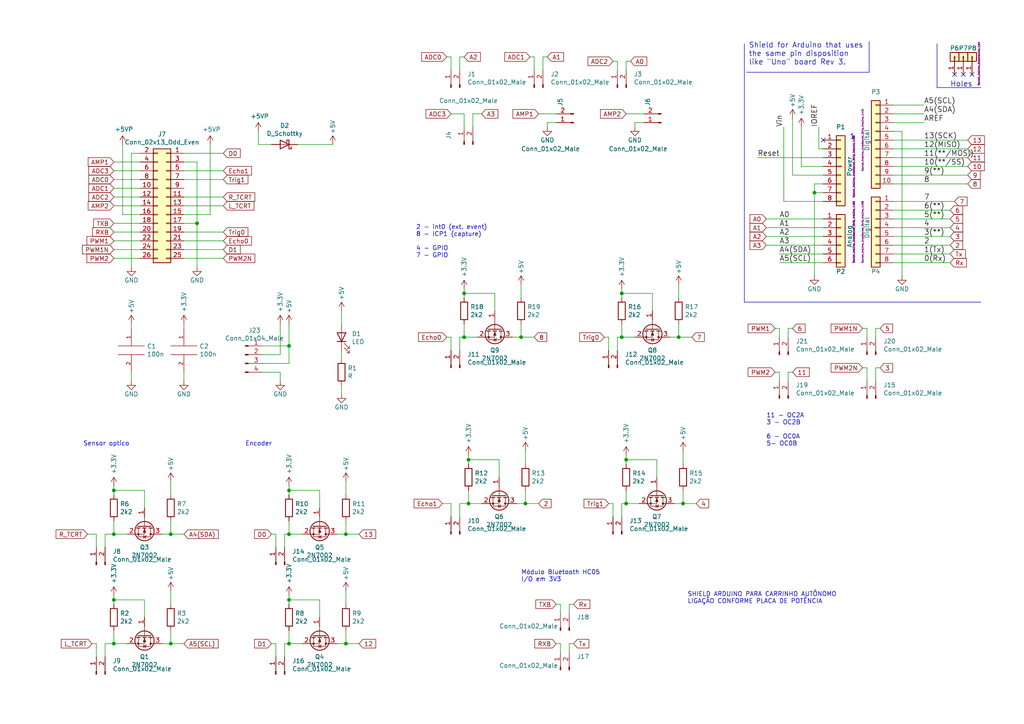
<source format=kicad_sch>
(kicad_sch (version 20230121) (generator eeschema)
  (paper "A4")
  (title_block (date "lun. 30 mars 2015"))
  (junction (at 33.02 154.94))
  (junction (at 83.82 142.24))
  (junction (at 49.53 154.94))
  (junction (at 83.82 173.99))
  (junction (at 100.33 186.69))
  (junction (at 180.34 85.09))
  (junction (at 181.61 146.05))
  (junction (at 180.34 97.79))
  (junction (at 196.85 97.79))
  (junction (at 83.82 186.69))
  (junction (at 135.89 133.35))
  (junction (at 152.4 146.05))
  (junction (at 49.53 186.69))
  (junction (at 181.61 133.35))
  (junction (at 83.82 100.33))
  (junction (at 134.62 85.09))
  (junction (at 33.02 186.69))
  (junction (at 33.02 142.24))
  (junction (at 33.02 173.99))
  (junction (at 57.15 64.77))
  (junction (at 83.82 154.94))
  (junction (at 135.89 146.05))
  (junction (at 100.33 154.94))
  (junction (at 236.22 55.88))
  (junction (at 151.13 97.79))
  (junction (at 134.62 97.79))
  (junction (at 198.12 146.05))
  (no_connect (at 276.86 21.59))
  (no_connect (at 238.76 40.64))
  (no_connect (at 281.94 21.59))
  (no_connect (at 279.4 21.59))
  (wire (pts (xy 139.7 146.05) (xy 135.89 146.05)))
  (wire (pts (xy 152.4 146.05) (xy 152.4 142.24)))
  (wire (pts (xy 165.1 186.69) (xy 165.1 189.23)))
  (wire (pts (xy 158.75 35.56) (xy 161.29 35.56)))
  (wire (pts (xy 162.56 175.26) (xy 162.56 177.8)))
  (wire (pts (xy 40.64 64.77) (xy 33.02 64.77)))
  (wire (pts (xy 259.08 38.1) (xy 261.62 38.1)))
  (wire (pts (xy 165.1 175.26) (xy 166.37 175.26)))
  (wire (pts (xy 254 95.25) (xy 254 97.79)))
  (wire (pts (xy 76.2 102.87) (xy 81.28 102.87)))
  (wire (pts (xy 180.34 85.09) (xy 189.23 85.09)))
  (wire (pts (xy 135.89 133.35) (xy 144.78 133.35)))
  (polyline (pts (xy 215.9 87.63) (xy 284.48 87.63)))
  (wire (pts (xy 30.48 154.94) (xy 30.48 158.75)))
  (wire (pts (xy 33.02 175.26) (xy 33.02 173.99)))
  (wire (pts (xy 129.54 16.51) (xy 130.81 16.51)))
  (wire (pts (xy 40.64 62.23) (xy 35.56 62.23)))
  (wire (pts (xy 80.01 186.69) (xy 80.01 190.5)))
  (wire (pts (xy 38.1 93.98) (xy 38.1 95.25)))
  (wire (pts (xy 134.62 85.09) (xy 134.62 83.82)))
  (wire (pts (xy 238.76 58.42) (xy 227.33 58.42)))
  (wire (pts (xy 238.76 45.72) (xy 219.71 45.72)))
  (wire (pts (xy 130.81 146.05) (xy 128.27 146.05)))
  (wire (pts (xy 224.79 107.95) (xy 226.06 107.95)))
  (wire (pts (xy 138.43 97.79) (xy 134.62 97.79)))
  (wire (pts (xy 64.77 67.31) (xy 53.34 67.31)))
  (wire (pts (xy 46.99 154.94) (xy 49.53 154.94)))
  (wire (pts (xy 228.6 107.95) (xy 228.6 110.49)))
  (wire (pts (xy 78.74 186.69) (xy 80.01 186.69)))
  (wire (pts (xy 238.76 53.34) (xy 236.22 53.34)))
  (wire (pts (xy 198.12 146.05) (xy 198.12 142.24)))
  (wire (pts (xy 134.62 85.09) (xy 143.51 85.09)))
  (wire (pts (xy 130.81 16.51) (xy 130.81 20.32)))
  (wire (pts (xy 78.74 41.91) (xy 74.93 41.91)))
  (wire (pts (xy 76.2 105.41) (xy 83.82 105.41)))
  (wire (pts (xy 100.33 186.69) (xy 100.33 182.88)))
  (wire (pts (xy 181.61 146.05) (xy 180.34 146.05)))
  (wire (pts (xy 238.76 55.88) (xy 236.22 55.88)))
  (wire (pts (xy 33.02 143.51) (xy 33.02 142.24)))
  (wire (pts (xy 161.29 186.69) (xy 162.56 186.69)))
  (wire (pts (xy 33.02 74.93) (xy 40.64 74.93)))
  (wire (pts (xy 86.36 41.91) (xy 96.52 41.91)))
  (wire (pts (xy 261.62 38.1) (xy 261.62 80.01)))
  (wire (pts (xy 83.82 143.51) (xy 83.82 142.24)))
  (wire (pts (xy 83.82 105.41) (xy 83.82 100.33)))
  (wire (pts (xy 99.06 101.6) (xy 99.06 104.14)))
  (wire (pts (xy 177.8 17.78) (xy 179.07 17.78)))
  (wire (pts (xy 49.53 154.94) (xy 49.53 151.13)))
  (wire (pts (xy 259.08 50.8) (xy 280.67 50.8)))
  (wire (pts (xy 57.15 64.77) (xy 57.15 77.47)))
  (wire (pts (xy 100.33 143.51) (xy 100.33 139.7)))
  (wire (pts (xy 41.91 142.24) (xy 41.91 147.32)))
  (wire (pts (xy 194.31 97.79) (xy 196.85 97.79)))
  (wire (pts (xy 149.86 146.05) (xy 152.4 146.05)))
  (wire (pts (xy 259.08 71.12) (xy 275.59 71.12)))
  (wire (pts (xy 53.34 52.07) (xy 64.77 52.07)))
  (wire (pts (xy 100.33 186.69) (xy 104.14 186.69)))
  (wire (pts (xy 83.82 186.69) (xy 82.55 186.69)))
  (wire (pts (xy 83.82 142.24) (xy 83.82 140.97)))
  (wire (pts (xy 184.15 97.79) (xy 180.34 97.79)))
  (wire (pts (xy 57.15 46.99) (xy 57.15 64.77)))
  (wire (pts (xy 157.48 16.51) (xy 157.48 20.32)))
  (wire (pts (xy 133.35 146.05) (xy 133.35 149.86)))
  (wire (pts (xy 154.94 16.51) (xy 154.94 20.32)))
  (wire (pts (xy 30.48 186.69) (xy 30.48 190.5)))
  (wire (pts (xy 148.59 97.79) (xy 151.13 97.79)))
  (wire (pts (xy 165.1 186.69) (xy 166.37 186.69)))
  (wire (pts (xy 64.77 44.45) (xy 53.34 44.45)))
  (wire (pts (xy 189.23 85.09) (xy 189.23 90.17)))
  (wire (pts (xy 135.89 146.05) (xy 135.89 142.24)))
  (wire (pts (xy 151.13 86.36) (xy 151.13 82.55)))
  (wire (pts (xy 38.1 77.47) (xy 38.1 44.45)))
  (wire (pts (xy 134.62 97.79) (xy 134.62 93.98)))
  (wire (pts (xy 259.08 68.58) (xy 275.59 68.58)))
  (wire (pts (xy 33.02 154.94) (xy 33.02 151.13)))
  (wire (pts (xy 81.28 107.95) (xy 81.28 110.49)))
  (wire (pts (xy 83.82 142.24) (xy 92.71 142.24)))
  (wire (pts (xy 33.02 186.69) (xy 33.02 182.88)))
  (polyline (pts (xy 271.78 25.4) (xy 271.78 12.7)))
  (wire (pts (xy 190.5 133.35) (xy 190.5 138.43)))
  (wire (pts (xy 250.19 106.68) (xy 251.46 106.68)))
  (wire (pts (xy 99.06 90.17) (xy 99.06 93.98)))
  (wire (pts (xy 53.34 62.23) (xy 60.96 62.23)))
  (wire (pts (xy 250.19 95.25) (xy 251.46 95.25)))
  (wire (pts (xy 33.02 173.99) (xy 33.02 172.72)))
  (wire (pts (xy 53.34 69.85) (xy 64.77 69.85)))
  (wire (pts (xy 53.34 46.99) (xy 57.15 46.99)))
  (wire (pts (xy 97.79 186.69) (xy 100.33 186.69)))
  (wire (pts (xy 180.34 146.05) (xy 180.34 149.86)))
  (wire (pts (xy 259.08 48.26) (xy 280.67 48.26)))
  (wire (pts (xy 238.76 73.66) (xy 226.06 73.66)))
  (wire (pts (xy 33.02 49.53) (xy 40.64 49.53)))
  (wire (pts (xy 135.89 146.05) (xy 133.35 146.05)))
  (wire (pts (xy 237.49 36.83) (xy 237.49 43.18)))
  (wire (pts (xy 238.76 76.2) (xy 226.06 76.2)))
  (wire (pts (xy 195.58 146.05) (xy 198.12 146.05)))
  (wire (pts (xy 87.63 186.69) (xy 83.82 186.69)))
  (wire (pts (xy 33.02 46.99) (xy 40.64 46.99)))
  (wire (pts (xy 259.08 73.66) (xy 275.59 73.66)))
  (wire (pts (xy 143.51 85.09) (xy 143.51 90.17)))
  (wire (pts (xy 139.7 33.02) (xy 137.16 33.02)))
  (wire (pts (xy 80.01 154.94) (xy 80.01 158.75)))
  (wire (pts (xy 259.08 35.56) (xy 267.97 35.56)))
  (wire (pts (xy 53.34 93.98) (xy 53.34 95.25)))
  (wire (pts (xy 100.33 154.94) (xy 104.14 154.94)))
  (wire (pts (xy 53.34 64.77) (xy 57.15 64.77)))
  (wire (pts (xy 41.91 173.99) (xy 41.91 179.07)))
  (wire (pts (xy 133.35 97.79) (xy 134.62 97.79)))
  (polyline (pts (xy 216.535 20.955) (xy 252.095 20.955)))
  (wire (pts (xy 222.25 66.04) (xy 238.76 66.04)))
  (wire (pts (xy 78.74 154.94) (xy 80.01 154.94)))
  (wire (pts (xy 238.76 48.26) (xy 232.41 48.26)))
  (wire (pts (xy 222.25 68.58) (xy 238.76 68.58)))
  (wire (pts (xy 182.88 17.78) (xy 181.61 17.78)))
  (wire (pts (xy 97.79 154.94) (xy 100.33 154.94)))
  (wire (pts (xy 74.93 41.91) (xy 74.93 38.1)))
  (wire (pts (xy 129.54 97.79) (xy 130.81 97.79)))
  (wire (pts (xy 33.02 67.31) (xy 40.64 67.31)))
  (wire (pts (xy 36.83 186.69) (xy 33.02 186.69)))
  (wire (pts (xy 99.06 111.76) (xy 99.06 114.3)))
  (wire (pts (xy 259.08 60.96) (xy 275.59 60.96)))
  (wire (pts (xy 33.02 54.61) (xy 40.64 54.61)))
  (wire (pts (xy 196.85 97.79) (xy 200.66 97.79)))
  (wire (pts (xy 130.81 97.79) (xy 130.81 101.6)))
  (wire (pts (xy 259.08 66.04) (xy 275.59 66.04)))
  (wire (pts (xy 259.08 45.72) (xy 280.67 45.72)))
  (wire (pts (xy 83.82 173.99) (xy 83.82 172.72)))
  (wire (pts (xy 53.34 107.95) (xy 53.34 110.49)))
  (wire (pts (xy 229.87 50.8) (xy 229.87 34.29)))
  (wire (pts (xy 38.1 107.95) (xy 38.1 110.49)))
  (wire (pts (xy 33.02 59.69) (xy 40.64 59.69)))
  (wire (pts (xy 53.34 57.15) (xy 64.77 57.15)))
  (wire (pts (xy 87.63 154.94) (xy 83.82 154.94)))
  (wire (pts (xy 137.16 33.02) (xy 137.16 36.83)))
  (wire (pts (xy 134.62 33.02) (xy 134.62 36.83)))
  (wire (pts (xy 40.64 72.39) (xy 33.02 72.39)))
  (wire (pts (xy 151.13 97.79) (xy 154.94 97.79)))
  (wire (pts (xy 82.55 154.94) (xy 82.55 158.75)))
  (wire (pts (xy 60.96 62.23) (xy 60.96 41.91)))
  (polyline (pts (xy 284.48 25.4) (xy 271.78 25.4)))
  (wire (pts (xy 232.41 48.26) (xy 232.41 36.83)))
  (wire (pts (xy 259.08 58.42) (xy 276.86 58.42)))
  (wire (pts (xy 82.55 186.69) (xy 82.55 190.5)))
  (wire (pts (xy 64.77 72.39) (xy 53.34 72.39)))
  (wire (pts (xy 259.08 33.02) (xy 267.97 33.02)))
  (wire (pts (xy 35.56 62.23) (xy 35.56 41.91)))
  (wire (pts (xy 83.82 186.69) (xy 83.82 182.88)))
  (wire (pts (xy 33.02 173.99) (xy 41.91 173.99)))
  (wire (pts (xy 180.34 97.79) (xy 180.34 93.98)))
  (wire (pts (xy 226.06 95.25) (xy 226.06 97.79)))
  (wire (pts (xy 227.33 58.42) (xy 227.33 36.83)))
  (wire (pts (xy 185.42 146.05) (xy 181.61 146.05)))
  (wire (pts (xy 176.53 146.05) (xy 177.8 146.05)))
  (wire (pts (xy 180.34 85.09) (xy 180.34 83.82)))
  (wire (pts (xy 53.34 59.69) (xy 64.77 59.69)))
  (wire (pts (xy 76.2 100.33) (xy 83.82 100.33)))
  (wire (pts (xy 81.28 102.87) (xy 81.28 93.98)))
  (wire (pts (xy 259.08 53.34) (xy 280.67 53.34)))
  (wire (pts (xy 36.83 154.94) (xy 33.02 154.94)))
  (wire (pts (xy 130.81 33.02) (xy 134.62 33.02)))
  (wire (pts (xy 38.1 44.45) (xy 40.64 44.45)))
  (wire (pts (xy 236.22 53.34) (xy 236.22 55.88)))
  (wire (pts (xy 135.89 133.35) (xy 135.89 132.08)))
  (wire (pts (xy 134.62 86.36) (xy 134.62 85.09)))
  (wire (pts (xy 181.61 33.02) (xy 186.69 33.02)))
  (wire (pts (xy 255.27 95.25) (xy 254 95.25)))
  (wire (pts (xy 49.53 154.94) (xy 53.34 154.94)))
  (wire (pts (xy 30.48 154.94) (xy 33.02 154.94)))
  (wire (pts (xy 181.61 133.35) (xy 181.61 132.08)))
  (wire (pts (xy 259.08 43.18) (xy 280.67 43.18)))
  (wire (pts (xy 162.56 186.69) (xy 162.56 189.23)))
  (wire (pts (xy 133.35 101.6) (xy 133.35 97.79)))
  (wire (pts (xy 100.33 175.26) (xy 100.33 171.45)))
  (wire (pts (xy 83.82 175.26) (xy 83.82 173.99)))
  (wire (pts (xy 64.77 49.53) (xy 53.34 49.53)))
  (wire (pts (xy 153.67 16.51) (xy 154.94 16.51)))
  (wire (pts (xy 161.29 175.26) (xy 162.56 175.26)))
  (wire (pts (xy 237.49 43.18) (xy 238.76 43.18)))
  (wire (pts (xy 53.34 74.93) (xy 64.77 74.93)))
  (wire (pts (xy 27.94 186.69) (xy 27.94 190.5)))
  (wire (pts (xy 181.61 134.62) (xy 181.61 133.35)))
  (wire (pts (xy 196.85 97.79) (xy 196.85 93.98)))
  (wire (pts (xy 179.07 101.6) (xy 179.07 97.79)))
  (wire (pts (xy 259.08 40.64) (xy 280.67 40.64)))
  (wire (pts (xy 179.07 97.79) (xy 180.34 97.79)))
  (wire (pts (xy 184.15 36.83) (xy 184.15 35.56)))
  (wire (pts (xy 46.99 186.69) (xy 49.53 186.69)))
  (wire (pts (xy 49.53 143.51) (xy 49.53 139.7)))
  (wire (pts (xy 229.87 107.95) (xy 228.6 107.95)))
  (wire (pts (xy 152.4 146.05) (xy 156.21 146.05)))
  (wire (pts (xy 181.61 133.35) (xy 190.5 133.35)))
  (wire (pts (xy 165.1 175.26) (xy 165.1 177.8)))
  (wire (pts (xy 180.34 86.36) (xy 180.34 85.09)))
  (wire (pts (xy 222.25 63.5) (xy 238.76 63.5)))
  (polyline (pts (xy 252.095 20.955) (xy 252.095 12.065)))
  (wire (pts (xy 92.71 142.24) (xy 92.71 147.32)))
  (wire (pts (xy 229.87 95.25) (xy 228.6 95.25)))
  (wire (pts (xy 27.94 154.94) (xy 27.94 158.75)))
  (wire (pts (xy 181.61 146.05) (xy 181.61 142.24)))
  (wire (pts (xy 226.06 107.95) (xy 226.06 110.49)))
  (wire (pts (xy 25.4 154.94) (xy 27.94 154.94)))
  (wire (pts (xy 33.02 142.24) (xy 41.91 142.24)))
  (wire (pts (xy 156.21 33.02) (xy 161.29 33.02)))
  (wire (pts (xy 133.35 16.51) (xy 133.35 20.32)))
  (wire (pts (xy 49.53 175.26) (xy 49.53 171.45)))
  (wire (pts (xy 76.2 107.95) (xy 81.28 107.95)))
  (wire (pts (xy 196.85 86.36) (xy 196.85 82.55)))
  (wire (pts (xy 198.12 146.05) (xy 201.93 146.05)))
  (wire (pts (xy 184.15 35.56) (xy 186.69 35.56)))
  (wire (pts (xy 100.33 154.94) (xy 100.33 151.13)))
  (wire (pts (xy 92.71 173.99) (xy 92.71 179.07)))
  (wire (pts (xy 33.02 142.24) (xy 33.02 140.97)))
  (wire (pts (xy 177.8 146.05) (xy 177.8 149.86)))
  (wire (pts (xy 130.81 149.86) (xy 130.81 146.05)))
  (wire (pts (xy 238.76 50.8) (xy 229.87 50.8)))
  (wire (pts (xy 259.08 30.48) (xy 267.97 30.48)))
  (wire (pts (xy 251.46 106.68) (xy 251.46 110.49)))
  (wire (pts (xy 259.08 76.2) (xy 275.59 76.2)))
  (wire (pts (xy 198.12 134.62) (xy 198.12 130.81)))
  (wire (pts (xy 134.62 16.51) (xy 133.35 16.51)))
  (wire (pts (xy 83.82 173.99) (xy 92.71 173.99)))
  (wire (pts (xy 251.46 95.25) (xy 251.46 97.79)))
  (wire (pts (xy 83.82 100.33) (xy 83.82 93.98)))
  (wire (pts (xy 26.67 186.69) (xy 27.94 186.69)))
  (wire (pts (xy 83.82 154.94) (xy 82.55 154.94)))
  (wire (pts (xy 33.02 52.07) (xy 40.64 52.07)))
  (wire (pts (xy 236.22 55.88) (xy 236.22 80.01)))
  (wire (pts (xy 83.82 154.94) (xy 83.82 151.13)))
  (wire (pts (xy 33.02 69.85) (xy 40.64 69.85)))
  (wire (pts (xy 175.26 97.79) (xy 176.53 97.79)))
  (wire (pts (xy 151.13 97.79) (xy 151.13 93.98)))
  (wire (pts (xy 255.27 106.68) (xy 254 106.68)))
  (wire (pts (xy 40.64 57.15) (xy 33.02 57.15)))
  (wire (pts (xy 49.53 186.69) (xy 49.53 182.88)))
  (polyline (pts (xy 215.9 12.7) (xy 215.9 87.63)))
  (wire (pts (xy 176.53 97.79) (xy 176.53 101.6)))
  (wire (pts (xy 222.25 71.12) (xy 238.76 71.12)))
  (wire (pts (xy 49.53 186.69) (xy 53.34 186.69)))
  (wire (pts (xy 144.78 133.35) (xy 144.78 138.43)))
  (wire (pts (xy 181.61 17.78) (xy 181.61 20.32)))
  (wire (pts (xy 254 106.68) (xy 254 110.49)))
  (wire (pts (xy 259.08 63.5) (xy 275.59 63.5)))
  (wire (pts (xy 179.07 17.78) (xy 179.07 20.32)))
  (wire (pts (xy 158.75 16.51) (xy 157.48 16.51)))
  (wire (pts (xy 224.79 95.25) (xy 226.06 95.25)))
  (wire (pts (xy 228.6 95.25) (xy 228.6 97.79)))
  (wire (pts (xy 158.75 36.83) (xy 158.75 35.56)))
  (wire (pts (xy 135.89 134.62) (xy 135.89 133.35)))
  (wire (pts (xy 33.02 186.69) (xy 30.48 186.69)))
  (wire (pts (xy 152.4 134.62) (xy 152.4 130.81)))
  (text "11 - OC2A\n3 - OC2B\n\n6 - OC0A\n5- OC0B" (at 222.25 129.54 0) (effects (font (size 1.27 1.27)) (justify left bottom)))
  (text "1" (at 246.38 40.64 0) (effects (font (size 1.524 1.524)) (justify left bottom)))
  (text "Módulo Bluetooth HC05\nI/O em 3V3" (at 151.13 168.91 0) (effects (font (size 1.27 1.27)) (justify left bottom)))
  (text "SHIELD ARDUINO PARA CARRINHO AUTÔNOMO\nLIGAÇÃO CONFORME PLACA DE POTÊNCIA" (at 199.39 175.26 0) (effects (font (size 1.27 1.27)) (justify left bottom)))
  (text "2 - int0 (ext. event)\n8 - ICP1 (capture)\n\n4 - GPIO\n7 - GPIO " (at 120.65 74.93 0) (effects (font (size 1.27 1.27)) (justify left bottom)))
  (text "Encoder" (at 71.12 129.54 0) (effects (font (size 1.27 1.27)) (justify left bottom)))
  (text "Shield for Arduino that uses\nthe same pin disposition\nlike \"Uno\" board Rev 3." (at 217.17 19.05 0) (effects (font (size 1.524 1.524)) (justify left bottom)))
  (text "Sensor optico" (at 24.13 129.54 0) (effects (font (size 1.27 1.27)) (justify left bottom)))
  (text "Holes" (at 275.59 25.4 0) (effects (font (size 1.524 1.524)) (justify left bottom)))
  (label "4" (at 267.97 66.04 0) (effects (font (size 1.524 1.524))))
  (label "1(Tx)" (at 267.97 73.66 0) (effects (font (size 1.524 1.524))))
  (label "IOREF" (at 237.49 36.83 90) (effects (font (size 1.524 1.524))))
  (label "A5(SCL)" (at 267.97 30.48 0) (effects (font (size 1.524 1.524))))
  (label "A1" (at 226.06 66.04 0) (effects (font (size 1.524 1.524))))
  (label "A4(SDA)" (at 267.97 33.02 0) (effects (font (size 1.524 1.524))))
  (label "A0" (at 226.06 63.5 0) (effects (font (size 1.524 1.524))))
  (label "A2" (at 226.06 68.58 0) (effects (font (size 1.524 1.524))))
  (label "6(**)" (at 267.97 60.96 0) (effects (font (size 1.524 1.524))))
  (label "0(Rx)" (at 267.97 76.2 0) (effects (font (size 1.524 1.524))))
  (label "8" (at 267.97 53.34 0) (effects (font (size 1.524 1.524))))
  (label "A4(SDA)" (at 226.06 73.66 0) (effects (font (size 1.524 1.524))))
  (label "Vin" (at 227.33 36.83 90) (effects (font (size 1.524 1.524))))
  (label "A3" (at 226.06 71.12 0) (effects (font (size 1.524 1.524))))
  (label "3(**)" (at 267.97 68.58 0) (effects (font (size 1.524 1.524))))
  (label "7" (at 267.97 58.42 0) (effects (font (size 1.524 1.524))))
  (label "A5(SCL)" (at 226.06 76.2 0) (effects (font (size 1.524 1.524))))
  (label "5(**)" (at 267.97 63.5 0) (effects (font (size 1.524 1.524))))
  (label "Reset" (at 219.71 45.72 0) (effects (font (size 1.524 1.524))))
  (label "2" (at 267.97 71.12 0) (effects (font (size 1.524 1.524))))
  (label "13(SCK)" (at 267.97 40.64 0) (effects (font (size 1.524 1.524))))
  (label "10(**/SS)" (at 267.97 48.26 0) (effects (font (size 1.524 1.524))))
  (label "AREF" (at 267.97 35.56 0) (effects (font (size 1.524 1.524))))
  (label "12(MISO)" (at 267.97 43.18 0) (effects (font (size 1.524 1.524))))
  (label "9(**)" (at 267.97 50.8 0) (effects (font (size 1.524 1.524))))
  (label "11(**/MOSI)" (at 267.97 45.72 0) (effects (font (size 1.524 1.524))))
  (global_label "12" (shape input) (at 104.14 186.69 0) (property "Intersheetrefs" "${INTERSHEET_REFS}" (effects hide)))
  (global_label "A1" (shape input) (at 222.25 66.04 180) (property "Intersheetrefs" "${INTERSHEET_REFS}" (effects hide)))
  (global_label "TXB" (shape input) (at 33.02 64.77 180) (property "Intersheetrefs" "${INTERSHEET_REFS}" (effects hide)))
  (global_label "PWM2N" (shape input) (at 250.19 106.68 180) (property "Intersheetrefs" "${INTERSHEET_REFS}" (effects hide)))
  (global_label "R_TCRT" (shape input) (at 25.4 154.94 180) (property "Intersheetrefs" "${INTERSHEET_REFS}" (effects hide)))
  (global_label "4" (shape input) (at 275.59 66.04 0) (property "Intersheetrefs" "${INTERSHEET_REFS}" (effects hide)))
  (global_label "5" (shape input) (at 275.59 63.5 0) (property "Intersheetrefs" "${INTERSHEET_REFS}" (effects hide)))
  (global_label "ADC3" (shape input) (at 130.81 33.02 180) (property "Intersheetrefs" "${INTERSHEET_REFS}" (effects hide)))
  (global_label "12" (shape input) (at 280.67 43.18 0) (property "Intersheetrefs" "${INTERSHEET_REFS}" (effects hide)))
  (global_label "4" (shape input) (at 201.93 146.05 0) (property "Intersheetrefs" "${INTERSHEET_REFS}" (effects hide)))
  (global_label "11" (shape input) (at 229.87 107.95 0) (property "Intersheetrefs" "${INTERSHEET_REFS}" (effects hide)))
  (global_label "8" (shape input) (at 280.67 53.34 0) (property "Intersheetrefs" "${INTERSHEET_REFS}" (effects hide)))
  (global_label "A4(SDA)" (shape input) (at 53.34 154.94 0) (property "Intersheetrefs" "${INTERSHEET_REFS}" (effects hide)))
  (global_label "ADC3" (shape input) (at 33.02 49.53 180) (property "Intersheetrefs" "${INTERSHEET_REFS}" (effects hide)))
  (global_label "Echo0" (shape input) (at 129.54 97.79 180) (property "Intersheetrefs" "${INTERSHEET_REFS}" (effects hide)))
  (global_label "L_TCRT" (shape input) (at 64.77 59.69 0) (property "Intersheetrefs" "${INTERSHEET_REFS}" (effects hide)))
  (global_label "AMP1" (shape input) (at 33.02 46.99 180) (property "Intersheetrefs" "${INTERSHEET_REFS}" (effects hide)))
  (global_label "ADC2" (shape input) (at 177.8 17.78 180) (property "Intersheetrefs" "${INTERSHEET_REFS}" (effects hide)))
  (global_label "ADC0" (shape input) (at 33.02 52.07 180) (property "Intersheetrefs" "${INTERSHEET_REFS}" (effects hide)))
  (global_label "2" (shape input) (at 275.59 71.12 0) (property "Intersheetrefs" "${INTERSHEET_REFS}" (effects hide)))
  (global_label "TXB" (shape input) (at 161.29 175.26 180) (property "Intersheetrefs" "${INTERSHEET_REFS}" (effects hide)))
  (global_label "A3" (shape input) (at 222.25 71.12 180) (property "Intersheetrefs" "${INTERSHEET_REFS}" (effects hide)))
  (global_label "A0" (shape input) (at 222.25 63.5 180) (property "Intersheetrefs" "${INTERSHEET_REFS}" (effects hide)))
  (global_label "PWM1N" (shape input) (at 33.02 72.39 180) (property "Intersheetrefs" "${INTERSHEET_REFS}" (effects hide)))
  (global_label "9" (shape input) (at 280.67 50.8 0) (property "Intersheetrefs" "${INTERSHEET_REFS}" (effects hide)))
  (global_label "7" (shape input) (at 200.66 97.79 0) (property "Intersheetrefs" "${INTERSHEET_REFS}" (effects hide)))
  (global_label "Trig1" (shape input) (at 176.53 146.05 180) (property "Intersheetrefs" "${INTERSHEET_REFS}" (effects hide)))
  (global_label "PWM2N" (shape input) (at 64.77 74.93 0) (property "Intersheetrefs" "${INTERSHEET_REFS}" (effects hide)))
  (global_label "8" (shape input) (at 154.94 97.79 0) (property "Intersheetrefs" "${INTERSHEET_REFS}" (effects hide)))
  (global_label "2" (shape input) (at 156.21 146.05 0) (property "Intersheetrefs" "${INTERSHEET_REFS}" (effects hide)))
  (global_label "6" (shape input) (at 229.87 95.25 0) (property "Intersheetrefs" "${INTERSHEET_REFS}" (effects hide)))
  (global_label "Rx" (shape input) (at 166.37 175.26 0) (property "Intersheetrefs" "${INTERSHEET_REFS}" (effects hide)))
  (global_label "A5(SCL)" (shape input) (at 53.34 186.69 0) (property "Intersheetrefs" "${INTERSHEET_REFS}" (effects hide)))
  (global_label "Rx" (shape input) (at 275.59 76.2 0) (property "Intersheetrefs" "${INTERSHEET_REFS}" (effects hide)))
  (global_label "13" (shape input) (at 104.14 154.94 0) (property "Intersheetrefs" "${INTERSHEET_REFS}" (effects hide)))
  (global_label "ADC1" (shape input) (at 153.67 16.51 180) (property "Intersheetrefs" "${INTERSHEET_REFS}" (effects hide)))
  (global_label "RXB" (shape input) (at 161.29 186.69 180) (property "Intersheetrefs" "${INTERSHEET_REFS}" (effects hide)))
  (global_label "3" (shape input) (at 275.59 68.58 0) (property "Intersheetrefs" "${INTERSHEET_REFS}" (effects hide)))
  (global_label "7" (shape input) (at 276.86 58.42 0) (property "Intersheetrefs" "${INTERSHEET_REFS}" (effects hide)))
  (global_label "D1" (shape input) (at 78.74 186.69 180) (property "Intersheetrefs" "${INTERSHEET_REFS}" (effects hide)))
  (global_label "A3" (shape input) (at 139.7 33.02 0) (property "Intersheetrefs" "${INTERSHEET_REFS}" (effects hide)))
  (global_label "D0" (shape input) (at 64.77 44.45 0) (property "Intersheetrefs" "${INTERSHEET_REFS}" (effects hide)))
  (global_label "A1" (shape input) (at 158.75 16.51 0) (property "Intersheetrefs" "${INTERSHEET_REFS}" (effects hide)))
  (global_label "Trig0" (shape input) (at 175.26 97.79 180) (property "Intersheetrefs" "${INTERSHEET_REFS}" (effects hide)))
  (global_label "PWM1N" (shape input) (at 250.19 95.25 180) (property "Intersheetrefs" "${INTERSHEET_REFS}" (effects hide)))
  (global_label "3" (shape input) (at 255.27 106.68 0) (property "Intersheetrefs" "${INTERSHEET_REFS}" (effects hide)))
  (global_label "11" (shape input) (at 280.67 45.72 0) (property "Intersheetrefs" "${INTERSHEET_REFS}" (effects hide)))
  (global_label "A2" (shape input) (at 222.25 68.58 180) (property "Intersheetrefs" "${INTERSHEET_REFS}" (effects hide)))
  (global_label "PWM1" (shape input) (at 224.79 95.25 180) (property "Intersheetrefs" "${INTERSHEET_REFS}" (effects hide)))
  (global_label "D0" (shape input) (at 78.74 154.94 180) (property "Intersheetrefs" "${INTERSHEET_REFS}" (effects hide)))
  (global_label "13" (shape input) (at 280.67 40.64 0) (property "Intersheetrefs" "${INTERSHEET_REFS}" (effects hide)))
  (global_label "10" (shape input) (at 280.67 48.26 0) (property "Intersheetrefs" "${INTERSHEET_REFS}" (effects hide)))
  (global_label "ADC0" (shape input) (at 129.54 16.51 180) (property "Intersheetrefs" "${INTERSHEET_REFS}" (effects hide)))
  (global_label "AMP2" (shape input) (at 33.02 59.69 180) (property "Intersheetrefs" "${INTERSHEET_REFS}" (effects hide)))
  (global_label "Echo1" (shape input) (at 64.77 49.53 0) (property "Intersheetrefs" "${INTERSHEET_REFS}" (effects hide)))
  (global_label "Echo1" (shape input) (at 128.27 146.05 180) (property "Intersheetrefs" "${INTERSHEET_REFS}" (effects hide)))
  (global_label "Tx" (shape input) (at 275.59 73.66 0) (property "Intersheetrefs" "${INTERSHEET_REFS}" (effects hide)))
  (global_label "5" (shape input) (at 255.27 95.25 0) (property "Intersheetrefs" "${INTERSHEET_REFS}" (effects hide)))
  (global_label "PWM2" (shape input) (at 33.02 74.93 180) (property "Intersheetrefs" "${INTERSHEET_REFS}" (effects hide)))
  (global_label "A0" (shape input) (at 182.88 17.78 0) (property "Intersheetrefs" "${INTERSHEET_REFS}" (effects hide)))
  (global_label "RXB" (shape input) (at 33.02 67.31 180) (property "Intersheetrefs" "${INTERSHEET_REFS}" (effects hide)))
  (global_label "Trig0" (shape input) (at 64.77 67.31 0) (property "Intersheetrefs" "${INTERSHEET_REFS}" (effects hide)))
  (global_label "AMP2" (shape input) (at 181.61 33.02 180) (property "Intersheetrefs" "${INTERSHEET_REFS}" (effects hide)))
  (global_label "Tx" (shape input) (at 166.37 186.69 0) (property "Intersheetrefs" "${INTERSHEET_REFS}" (effects hide)))
  (global_label "L_TCRT" (shape input) (at 26.67 186.69 180) (property "Intersheetrefs" "${INTERSHEET_REFS}" (effects hide)))
  (global_label "AMP1" (shape input) (at 156.21 33.02 180) (property "Intersheetrefs" "${INTERSHEET_REFS}" (effects hide)))
  (global_label "A2" (shape input) (at 134.62 16.51 0) (property "Intersheetrefs" "${INTERSHEET_REFS}" (effects hide)))
  (global_label "6" (shape input) (at 275.59 60.96 0) (property "Intersheetrefs" "${INTERSHEET_REFS}" (effects hide)))
  (global_label "ADC2" (shape input) (at 33.02 57.15 180) (property "Intersheetrefs" "${INTERSHEET_REFS}" (effects hide)))
  (global_label "D1" (shape input) (at 64.77 72.39 0) (property "Intersheetrefs" "${INTERSHEET_REFS}" (effects hide)))
  (global_label "R_TCRT" (shape input) (at 64.77 57.15 0) (property "Intersheetrefs" "${INTERSHEET_REFS}" (effects hide)))
  (global_label "PWM1" (shape input) (at 33.02 69.85 180) (property "Intersheetrefs" "${INTERSHEET_REFS}" (effects hide)))
  (global_label "ADC1" (shape input) (at 33.02 54.61 180) (property "Intersheetrefs" "${INTERSHEET_REFS}" (effects hide)))
  (global_label "Trig1" (shape input) (at 64.77 52.07 0) (property "Intersheetrefs" "${INTERSHEET_REFS}" (effects hide)))
  (global_label "Echo0" (shape input) (at 64.77 69.85 0) (property "Intersheetrefs" "${INTERSHEET_REFS}" (effects hide)))
  (global_label "PWM2" (shape input) (at 224.79 107.95 180) (property "Intersheetrefs" "${INTERSHEET_REFS}" (effects hide)))
  (symbol (lib_id "Connector_Generic:Conn_01x08") (at 243.84 48.26 0) (unit 1)
    (property "Reference" "P1" (at 243.84 36.83 0))
    (property "Value" "Power" (at 246.38 48.26 90))
    (property "Footprint" "Socket_Arduino_Uno:Socket_Strip_Arduino_1x08" (at 247.65 48.26 90) (effects (font (size 0.508 0.508))))
    (property "Datasheet" "~" (at 243.84 48.26 0))
  )
  (symbol (lib_id "power:+3.3V") (at 232.41 36.83 0) (unit 1)
    (property "Reference" "#PWR04" (effects hide))
    (property "Value" "+3.3V" (at 232.41 30.48 90))
  )
  (symbol (lib_id "power:+5V") (at 229.87 34.29 0) (unit 1)
    (property "Reference" "#PWR01" (effects hide))
    (property "Value" "+5V" (at 229.87 29.21 90))
  )
  (symbol (lib_id "power:GND") (at 236.22 80.01 0) (unit 1)
    (property "Reference" "#PWR09" (effects hide))
    (property "Value" "GND" (at 236.22 83.82 0))
  )
  (symbol (lib_id "power:GND") (at 261.62 80.01 0) (unit 1)
    (property "Reference" "#PWR010" (effects hide))
    (property "Value" "GND" (at 261.62 83.82 0))
  )
  (symbol (lib_id "Connector_Generic:Conn_01x06") (at 243.84 68.58 0) (unit 1)
    (property "Reference" "P2" (at 243.84 78.74 0))
    (property "Value" "Analog" (at 246.38 68.58 90))
    (property "Footprint" "Socket_Arduino_Uno:Socket_Strip_Arduino_1x06" (at 247.65 67.31 90) (effects (font (size 0.508 0.508))))
    (property "Datasheet" "~" (at 243.84 68.58 0))
  )
  (symbol (lib_id "Connector_Generic:Conn_01x01") (at 276.86 16.51 90) (unit 1)
    (property "Reference" "P6" (at 276.86 13.97 90))
    (property "Value" "CONN_01X01" (effects hide))
    (property "Footprint" "Socket_Arduino_Uno:Arduino_1pin" (effects hide))
    (property "Datasheet" "~" (at 276.86 16.51 0))
  )
  (symbol (lib_id "Connector_Generic:Conn_01x01") (at 279.4 16.51 90) (unit 1)
    (property "Reference" "P7" (at 279.4 13.97 90))
    (property "Value" "CONN_01X01" (effects hide))
    (property "Footprint" "Socket_Arduino_Uno:Arduino_1pin" (effects hide))
    (property "Datasheet" "~" (at 279.4 16.51 0))
  )
  (symbol (lib_id "Connector_Generic:Conn_01x01") (at 281.94 16.51 90) (unit 1)
    (property "Reference" "P8" (at 281.94 13.97 90))
    (property "Value" "CONN_01X01" (effects hide))
    (property "Footprint" "Socket_Arduino_Uno:Arduino_1pin" (at 283.9212 18.4404 0) (effects (font (size 0.508 0.508))))
    (property "Datasheet" "~" (at 281.94 16.51 0))
  )
  (symbol (lib_id "Connector_Generic:Conn_01x08") (at 254 66.04 0) (mirror y) (unit 1)
    (property "Reference" "P4" (at 254 78.74 0))
    (property "Value" "Digital" (at 251.46 66.04 90))
    (property "Footprint" "Socket_Arduino_Uno:Socket_Strip_Arduino_1x08" (at 250.19 67.31 90) (effects (font (size 0.508 0.508))))
    (property "Datasheet" "~" (at 254 66.04 0))
  )
  (symbol (lib_id "Connector_Generic:Conn_01x10") (at 254 40.64 0) (mirror y) (unit 1)
    (property "Reference" "P3" (at 254 26.67 0))
    (property "Value" "Digital" (at 251.46 40.64 90))
    (property "Footprint" "Socket_Arduino_Uno:Socket_Strip_Arduino_1x10" (at 250.19 40.64 90) (effects (font (size 0.508 0.508))))
    (property "Datasheet" "~" (at 254 40.64 0))
  )
  (symbol (lib_id "Connector:Conn_01x02_Male") (at 134.62 41.91 90) (unit 1)
    (property "Reference" "J4" (at 130.0988 39.2176 0))
    (property "Value" "Conn_01x02_Male" (at 135.89 29.21 90))
    (property "Footprint" "Connector_PinHeader_2.54mm:PinHeader_1x02_P2.54mm_Vertical" (effects hide))
  )
  (symbol (lib_id "Connector:Conn_01x02_Male") (at 130.81 154.94 90) (unit 1)
    (property "Reference" "J10" (at 135.5598 151.0538 90) (effects (justify right)))
    (property "Value" "Conn_01x02_Male" (at 135.5598 153.3652 90) (effects (justify right)))
    (property "Footprint" "Connector_PinHeader_2.54mm:PinHeader_1x02_P2.54mm_Vertical" (effects hide))
  )
  (symbol (lib_id "Connector:Conn_01x02_Male") (at 27.94 195.58 90) (unit 1)
    (property "Reference" "J9" (at 32.6898 191.6938 90) (effects (justify right)))
    (property "Value" "Conn_01x02_Male" (at 32.6898 194.0052 90) (effects (justify right)))
    (property "Footprint" "Connector_PinHeader_2.54mm:PinHeader_1x02_P2.54mm_Vertical" (effects hide))
  )
  (symbol (lib_id "Connector:Conn_01x02_Male") (at 27.94 163.83 90) (unit 1)
    (property "Reference" "J8" (at 32.6898 159.9438 90) (effects (justify right)))
    (property "Value" "Conn_01x02_Male" (at 32.6898 162.2552 90) (effects (justify right)))
    (property "Footprint" "Connector_PinHeader_2.54mm:PinHeader_1x02_P2.54mm_Vertical" (effects hide))
  )
  (symbol (lib_id "Connector:Conn_01x02_Male") (at 80.01 163.83 90) (unit 1)
    (property "Reference" "J14" (at 84.7598 159.9438 90) (effects (justify right)))
    (property "Value" "Conn_01x02_Male" (at 84.7598 162.2552 90) (effects (justify right)))
    (property "Footprint" "Connector_PinHeader_2.54mm:PinHeader_1x02_P2.54mm_Vertical" (effects hide))
  )
  (symbol (lib_id "Connector:Conn_01x02_Male") (at 177.8 154.94 90) (unit 1)
    (property "Reference" "J13" (at 182.5498 151.0538 90) (effects (justify right)))
    (property "Value" "Conn_01x02_Male" (at 182.5498 153.3652 90) (effects (justify right)))
    (property "Footprint" "Connector_PinHeader_2.54mm:PinHeader_1x02_P2.54mm_Vertical" (effects hide))
  )
  (symbol (lib_id "Connector:Conn_01x02_Male") (at 176.53 106.68 90) (unit 1)
    (property "Reference" "J12" (at 181.2798 102.7938 90) (effects (justify right)))
    (property "Value" "Conn_01x02_Male" (at 181.2798 105.1052 90) (effects (justify right)))
    (property "Footprint" "Connector_PinHeader_2.54mm:PinHeader_1x02_P2.54mm_Vertical" (effects hide))
  )
  (symbol (lib_id "Connector:Conn_01x02_Male") (at 130.81 106.68 90) (unit 1)
    (property "Reference" "J11" (at 135.5598 102.7938 90) (effects (justify right)))
    (property "Value" "Conn_01x02_Male" (at 135.5598 105.1052 90) (effects (justify right)))
    (property "Footprint" "Connector_PinHeader_2.54mm:PinHeader_1x02_P2.54mm_Vertical" (effects hide))
  )
  (symbol (lib_id "Connector:Conn_01x02_Male") (at 80.01 195.58 90) (unit 1)
    (property "Reference" "J16" (at 84.7598 191.6938 90) (effects (justify right)))
    (property "Value" "Conn_01x02_Male" (at 84.7598 194.0052 90) (effects (justify right)))
    (property "Footprint" "Connector_PinHeader_2.54mm:PinHeader_1x02_P2.54mm_Vertical" (effects hide))
  )
  (symbol (lib_id "Connector:Conn_01x02_Male") (at 251.46 115.57 90) (unit 1)
    (property "Reference" "J15" (at 256.2098 111.6838 90) (effects (justify right)))
    (property "Value" "Conn_01x02_Male" (at 256.2098 113.9952 90) (effects (justify right)))
    (property "Footprint" "Connector_PinHeader_2.54mm:PinHeader_1x02_P2.54mm_Vertical" (effects hide))
  )
  (symbol (lib_id "Connector:Conn_01x02_Male") (at 130.81 25.4 90) (unit 1)
    (property "Reference" "J1" (at 135.5598 21.5138 90) (effects (justify right)))
    (property "Value" "Conn_01x02_Male" (at 135.5598 23.8252 90) (effects (justify right)))
    (property "Footprint" "Connector_PinHeader_2.54mm:PinHeader_1x02_P2.54mm_Vertical" (effects hide))
  )
  (symbol (lib_id "Connector:Conn_01x02_Male") (at 154.94 25.4 90) (unit 1)
    (property "Reference" "J2" (at 159.6898 21.5138 90) (effects (justify right)))
    (property "Value" "Conn_01x02_Male" (at 159.6898 23.8252 90) (effects (justify right)))
    (property "Footprint" "Connector_PinHeader_2.54mm:PinHeader_1x02_P2.54mm_Vertical" (effects hide))
  )
  (symbol (lib_id "Connector:Conn_01x02_Male") (at 179.07 25.4 90) (unit 1)
    (property "Reference" "J3" (at 183.8198 21.5138 90) (effects (justify right)))
    (property "Value" "Conn_01x02_Male" (at 183.8198 23.8252 90) (effects (justify right)))
    (property "Footprint" "Connector_PinHeader_2.54mm:PinHeader_1x02_P2.54mm_Vertical" (effects hide))
  )
  (symbol (lib_id "Connector:Conn_01x02_Male") (at 166.37 35.56 180) (unit 1)
    (property "Reference" "J5" (at 162.4838 30.8102 90) (effects (justify right)))
    (property "Value" "Conn_01x02_Male" (at 151.13 43.18 0) (effects (justify right)))
    (property "Footprint" "Connector_PinHeader_2.54mm:PinHeader_1x02_P2.54mm_Vertical" (effects hide))
  )
  (symbol (lib_id "Connector:Conn_01x02_Male") (at 162.56 182.88 90) (unit 1)
    (property "Reference" "J18" (at 167.3098 178.9938 90) (effects (justify right)))
    (property "Value" "Conn_01x02_Male" (at 144.78 181.61 90) (effects (justify right)))
    (property "Footprint" "Connector_PinHeader_2.54mm:PinHeader_1x02_P2.54mm_Vertical" (effects hide))
  )
  (symbol (lib_id "Connector:Conn_01x02_Male") (at 162.56 194.31 90) (unit 1)
    (property "Reference" "J17" (at 167.3098 190.4238 90) (effects (justify right)))
    (property "Value" "Conn_01x02_Male" (at 144.78 193.04 90) (effects (justify right)))
    (property "Footprint" "Connector_PinHeader_2.54mm:PinHeader_1x02_P2.54mm_Vertical" (effects hide))
  )
  (symbol (lib_id "Connector:Conn_01x02_Male") (at 226.06 102.87 90) (unit 1)
    (property "Reference" "J21" (at 230.8098 98.9838 90) (effects (justify right)))
    (property "Value" "Conn_01x02_Male" (at 230.8098 101.2952 90) (effects (justify right)))
    (property "Footprint" "Connector_PinHeader_2.54mm:PinHeader_1x02_P2.54mm_Vertical" (effects hide))
  )
  (symbol (lib_id "Connector:Conn_01x02_Male") (at 251.46 102.87 90) (unit 1)
    (property "Reference" "J20" (at 256.2098 98.9838 90) (effects (justify right)))
    (property "Value" "Conn_01x02_Male" (at 256.2098 101.2952 90) (effects (justify right)))
    (property "Footprint" "Connector_PinHeader_2.54mm:PinHeader_1x02_P2.54mm_Vertical" (effects hide))
  )
  (symbol (lib_id "Connector:Conn_01x02_Male") (at 226.06 115.57 90) (unit 1)
    (property "Reference" "J19" (at 230.8098 111.6838 90) (effects (justify right)))
    (property "Value" "Conn_01x02_Male" (at 230.8098 113.9952 90) (effects (justify right)))
    (property "Footprint" "Connector_PinHeader_2.54mm:PinHeader_1x02_P2.54mm_Vertical" (effects hide))
  )
  (symbol (lib_id "Connector_Generic:Conn_02x13_Odd_Even") (at 48.26 59.69 0) (mirror y) (unit 1)
    (property "Reference" "J7" (at 46.99 38.9382 0))
    (property "Value" "Conn_02x13_Odd_Even" (at 46.99 41.2496 0))
    (property "Footprint" "Connector_IDC:IDC-Header_2x13_P2.54mm_Vertical" (effects hide))
  )
  (symbol (lib_id "power:GND") (at 57.15 77.47 0) (unit 1)
    (property "Reference" "#PWR08" (effects hide))
    (property "Value" "GND" (at 57.15 81.28 0))
  )
  (symbol (lib_id "power:GND") (at 38.1 77.47 0) (unit 1)
    (property "Reference" "#PWR07" (effects hide))
    (property "Value" "GND" (at 38.1 81.28 0))
  )
  (symbol (lib_id "Device:R") (at 99.06 107.95 0) (unit 1)
    (property "Reference" "R1" (at 100.838 106.7816 0) (effects (justify left)))
    (property "Value" "R" (at 100.838 109.093 0) (effects (justify left)))
    (property "Footprint" "Resistor_SMD:R_0805_2012Metric" (effects hide))
  )
  (symbol (lib_id "power:GND") (at 99.06 114.3 0) (unit 1)
    (property "Reference" "#PWR0108" (effects hide))
    (property "Value" "GND" (at 99.06 118.11 0))
  )
  (symbol (lib_id "Device:LED") (at 99.06 97.79 90) (unit 1)
    (property "Reference" "D1" (at 102.0318 96.8248 90) (effects (justify right)))
    (property "Value" "LED" (at 102.0318 99.1362 90) (effects (justify right)))
    (property "Footprint" "LED_SMD:LED_0805_2012Metric" (effects hide))
  )
  (symbol (lib_id "power:+5V") (at 99.06 90.17 0) (unit 1)
    (property "Reference" "#PWR0109" (effects hide))
    (property "Value" "+5V" (at 99.06 85.09 90))
  )
  (symbol (lib_id "power:GND") (at 158.75 36.83 0) (unit 1)
    (property "Reference" "#PWR02" (effects hide))
    (property "Value" "GND" (at 158.75 40.64 0))
  )
  (symbol (lib_id "Connector:Conn_01x02_Male") (at 191.77 35.56 180) (unit 1)
    (property "Reference" "J6" (at 187.8838 30.8102 90) (effects (justify right)))
    (property "Value" "Conn_01x02_Male" (at 176.53 43.18 0) (effects (justify right)))
    (property "Footprint" "Connector_PinHeader_2.54mm:PinHeader_1x02_P2.54mm_Vertical" (effects hide))
  )
  (symbol (lib_id "power:GND") (at 184.15 36.83 0) (unit 1)
    (property "Reference" "#PWR03" (effects hide))
    (property "Value" "GND" (at 184.15 40.64 0))
  )
  (symbol (lib_id "pspice:CAP") (at 38.1 101.6 0) (unit 1)
    (property "Reference" "C1" (at 42.6212 100.4316 0) (effects (justify left)))
    (property "Value" "100n" (at 42.6212 102.743 0) (effects (justify left)))
    (property "Footprint" "Capacitor_SMD:C_0805_2012Metric_Pad1.15x1.40mm_HandSolder" (effects hide))
  )
  (symbol (lib_id "power:+5V") (at 38.1 93.98 0) (unit 1)
    (property "Reference" "#PWR0101" (effects hide))
    (property "Value" "+5V" (at 38.1 88.9 90))
  )
  (symbol (lib_id "power:GND") (at 38.1 110.49 0) (unit 1)
    (property "Reference" "#PWR0102" (effects hide))
    (property "Value" "GND" (at 38.1 114.3 0))
  )
  (symbol (lib_id "pspice:CAP") (at 53.34 101.6 0) (unit 1)
    (property "Reference" "C2" (at 57.8612 100.4316 0) (effects (justify left)))
    (property "Value" "100n" (at 57.8612 102.743 0) (effects (justify left)))
    (property "Footprint" "Capacitor_SMD:C_0805_2012Metric_Pad1.15x1.40mm_HandSolder" (effects hide))
  )
  (symbol (lib_id "power:GND") (at 53.34 110.49 0) (unit 1)
    (property "Reference" "#PWR0103" (effects hide))
    (property "Value" "GND" (at 53.34 114.3 0))
  )
  (symbol (lib_id "power:+3.3V") (at 53.34 93.98 0) (unit 1)
    (property "Reference" "#PWR0104" (effects hide))
    (property "Value" "+3.3V" (at 53.34 87.63 90))
  )
  (symbol (lib_id "Connector:Conn_01x04_Male") (at 71.12 102.87 0) (unit 1)
    (property "Reference" "J23" (at 73.8124 95.8088 0))
    (property "Value" "Conn_01x04_Male" (at 73.8124 98.1202 0))
    (property "Footprint" "Connector_PinHeader_2.54mm:PinHeader_1x04_P2.54mm_Vertical" (effects hide))
  )
  (symbol (lib_id "power:+5V") (at 83.82 93.98 0) (unit 1)
    (property "Reference" "#PWR0105" (effects hide))
    (property "Value" "+5V" (at 83.82 88.9 90))
  )
  (symbol (lib_id "power:+3.3V") (at 81.28 93.98 0) (unit 1)
    (property "Reference" "#PWR0106" (effects hide))
    (property "Value" "+3.3V" (at 81.28 87.63 90))
  )
  (symbol (lib_id "power:GND") (at 81.28 110.49 0) (unit 1)
    (property "Reference" "#PWR0107" (effects hide))
    (property "Value" "GND" (at 81.28 114.3 0))
  )
  (symbol (lib_id "power:+5VP") (at 60.96 41.91 0) (unit 1)
    (property "Reference" "#PWR06" (effects hide))
    (property "Value" "+5VP" (at 61.341 37.5158 0))
  )
  (symbol (lib_id "power:+5VP") (at 35.56 41.91 0) (unit 1)
    (property "Reference" "#PWR05" (effects hide))
    (property "Value" "+5VP" (at 35.941 37.5158 0))
  )
  (symbol (lib_id "power:+5VP") (at 74.93 38.1 0) (unit 1)
    (property "Reference" "#PWR015" (effects hide))
    (property "Value" "+5VP" (at 75.311 33.7058 0))
  )
  (symbol (lib_id "power:+5V") (at 96.52 41.91 0) (unit 1)
    (property "Reference" "#PWR016" (effects hide))
    (property "Value" "+5V" (at 96.52 36.83 90))
  )
  (symbol (lib_id "Device:D_Schottky") (at 82.55 41.91 180) (unit 1)
    (property "Reference" "D2" (at 82.55 36.4236 0))
    (property "Value" "D_Schottky" (at 82.55 38.735 0))
    (property "Footprint" "Diode_SMD:D_SMB" (effects hide))
  )
  (symbol (lib_id "power:+5V") (at 49.53 171.45 0) (unit 1)
    (property "Reference" "#PWR012" (effects hide))
    (property "Value" "+5V" (at 49.53 166.37 90))
  )
  (symbol (lib_id "power:+5V") (at 49.53 139.7 0) (unit 1)
    (property "Reference" "#PWR018" (effects hide))
    (property "Value" "+5V" (at 49.53 134.62 90))
  )
  (symbol (lib_id "Transistor_FET:2N7002") (at 144.78 143.51 270) (unit 1)
    (property "Reference" "Q6" (at 144.78 149.86 90))
    (property "Value" "2N7002" (at 144.78 152.1714 90))
    (property "Footprint" "Package_TO_SOT_SMD:SOT-23" (effects hide))
    (property "Datasheet" "https://www.onsemi.com/pub/Collateral/NDS7002A-D.PDF" (effects hide))
  )
  (symbol (lib_id "Transistor_FET:2N7002") (at 189.23 95.25 270) (unit 1)
    (property "Reference" "Q8" (at 189.23 101.6 90))
    (property "Value" "2N7002" (at 189.23 103.9114 90))
    (property "Footprint" "Package_TO_SOT_SMD:SOT-23" (effects hide))
    (property "Datasheet" "https://www.onsemi.com/pub/Collateral/NDS7002A-D.PDF" (effects hide))
  )
  (symbol (lib_id "Device:R") (at 33.02 147.32 0) (unit 1)
    (property "Reference" "R6" (at 34.798 146.1516 0) (effects (justify left)))
    (property "Value" "2k2" (at 34.798 148.463 0) (effects (justify left)))
    (property "Footprint" "Resistor_SMD:R_0805_2012Metric" (effects hide))
  )
  (symbol (lib_id "power:+3.3V") (at 33.02 140.97 0) (unit 1)
    (property "Reference" "#PWR017" (effects hide))
    (property "Value" "+3.3V" (at 33.02 134.62 90))
  )
  (symbol (lib_id "Transistor_FET:2N7002") (at 92.71 184.15 270) (unit 1)
    (property "Reference" "Q4" (at 92.71 190.5 90))
    (property "Value" "2N7002" (at 92.71 192.8114 90))
    (property "Footprint" "Package_TO_SOT_SMD:SOT-23" (effects hide))
    (property "Datasheet" "https://www.onsemi.com/pub/Collateral/NDS7002A-D.PDF" (effects hide))
  )
  (symbol (lib_id "Device:R") (at 83.82 179.07 0) (unit 1)
    (property "Reference" "R8" (at 85.598 177.9016 0) (effects (justify left)))
    (property "Value" "2k2" (at 85.598 180.213 0) (effects (justify left)))
    (property "Footprint" "Resistor_SMD:R_0805_2012Metric" (effects hide))
  )
  (symbol (lib_id "power:+3.3V") (at 180.34 83.82 0) (unit 1)
    (property "Reference" "#PWR027" (effects hide))
    (property "Value" "+3.3V" (at 180.34 77.47 90))
  )
  (symbol (lib_id "Device:R") (at 181.61 138.43 0) (unit 1)
    (property "Reference" "R14" (at 183.388 137.2616 0) (effects (justify left)))
    (property "Value" "2k2" (at 183.388 139.573 0) (effects (justify left)))
    (property "Footprint" "Resistor_SMD:R_0805_2012Metric" (effects hide))
  )
  (symbol (lib_id "power:+5V") (at 196.85 82.55 0) (unit 1)
    (property "Reference" "#PWR028" (effects hide))
    (property "Value" "+5V" (at 196.85 77.47 90))
  )
  (symbol (lib_id "Device:R") (at 198.12 138.43 0) (unit 1)
    (property "Reference" "R15" (at 199.898 137.2616 0) (effects (justify left)))
    (property "Value" "2k2" (at 199.898 139.573 0) (effects (justify left)))
    (property "Footprint" "Resistor_SMD:R_0805_2012Metric" (effects hide))
  )
  (symbol (lib_id "Device:R") (at 100.33 147.32 0) (unit 1)
    (property "Reference" "R11" (at 102.108 146.1516 0) (effects (justify left)))
    (property "Value" "2k2" (at 102.108 148.463 0) (effects (justify left)))
    (property "Footprint" "Resistor_SMD:R_0805_2012Metric" (effects hide))
  )
  (symbol (lib_id "power:+5V") (at 198.12 130.81 0) (unit 1)
    (property "Reference" "#PWR026" (effects hide))
    (property "Value" "+5V" (at 198.12 125.73 90))
  )
  (symbol (lib_id "Device:R") (at 152.4 138.43 0) (unit 1)
    (property "Reference" "R13" (at 154.178 137.2616 0) (effects (justify left)))
    (property "Value" "2k2" (at 154.178 139.573 0) (effects (justify left)))
    (property "Footprint" "Resistor_SMD:R_0805_2012Metric" (effects hide))
  )
  (symbol (lib_id "Device:R") (at 83.82 147.32 0) (unit 1)
    (property "Reference" "R10" (at 85.598 146.1516 0) (effects (justify left)))
    (property "Value" "2k2" (at 85.598 148.463 0) (effects (justify left)))
    (property "Footprint" "Resistor_SMD:R_0805_2012Metric" (effects hide))
  )
  (symbol (lib_id "Transistor_FET:2N7002") (at 143.51 95.25 270) (unit 1)
    (property "Reference" "Q9" (at 143.51 101.6 90))
    (property "Value" "2N7002" (at 143.51 103.9114 90))
    (property "Footprint" "Package_TO_SOT_SMD:SOT-23" (effects hide))
    (property "Datasheet" "https://www.onsemi.com/pub/Collateral/NDS7002A-D.PDF" (effects hide))
  )
  (symbol (lib_id "Device:R") (at 180.34 90.17 0) (unit 1)
    (property "Reference" "R16" (at 182.118 89.0016 0) (effects (justify left)))
    (property "Value" "2k2" (at 182.118 91.313 0) (effects (justify left)))
    (property "Footprint" "Resistor_SMD:R_0805_2012Metric" (effects hide))
  )
  (symbol (lib_id "power:+3.3V") (at 134.62 83.82 0) (unit 1)
    (property "Reference" "#PWR029" (effects hide))
    (property "Value" "+3.3V" (at 134.62 77.47 90))
  )
  (symbol (lib_id "Transistor_FET:2N7002") (at 190.5 143.51 270) (unit 1)
    (property "Reference" "Q7" (at 190.5 149.86 90))
    (property "Value" "2N7002" (at 190.5 152.1714 90))
    (property "Footprint" "Package_TO_SOT_SMD:SOT-23" (effects hide))
    (property "Datasheet" "https://www.onsemi.com/pub/Collateral/NDS7002A-D.PDF" (effects hide))
  )
  (symbol (lib_id "Device:R") (at 33.02 179.07 0) (unit 1)
    (property "Reference" "R2" (at 34.798 177.9016 0) (effects (justify left)))
    (property "Value" "2k2" (at 34.798 180.213 0) (effects (justify left)))
    (property "Footprint" "Resistor_SMD:R_0805_2012Metric" (effects hide))
  )
  (symbol (lib_id "Device:R") (at 134.62 90.17 0) (unit 1)
    (property "Reference" "R18" (at 136.398 89.0016 0) (effects (justify left)))
    (property "Value" "2k2" (at 136.398 91.313 0) (effects (justify left)))
    (property "Footprint" "Resistor_SMD:R_0805_2012Metric" (effects hide))
  )
  (symbol (lib_id "power:+5V") (at 152.4 130.81 0) (unit 1)
    (property "Reference" "#PWR024" (effects hide))
    (property "Value" "+5V" (at 152.4 125.73 90))
  )
  (symbol (lib_id "power:+3.3V") (at 135.89 132.08 0) (unit 1)
    (property "Reference" "#PWR023" (effects hide))
    (property "Value" "+3.3V" (at 135.89 125.73 90))
  )
  (symbol (lib_id "Device:R") (at 151.13 90.17 0) (unit 1)
    (property "Reference" "R19" (at 152.908 89.0016 0) (effects (justify left)))
    (property "Value" "2k2" (at 152.908 91.313 0) (effects (justify left)))
    (property "Footprint" "Resistor_SMD:R_0805_2012Metric" (effects hide))
  )
  (symbol (lib_id "power:+5V") (at 151.13 82.55 0) (unit 1)
    (property "Reference" "#PWR030" (effects hide))
    (property "Value" "+5V" (at 151.13 77.47 90))
  )
  (symbol (lib_id "Device:R") (at 49.53 179.07 0) (unit 1)
    (property "Reference" "R3" (at 51.308 177.9016 0) (effects (justify left)))
    (property "Value" "2k2" (at 51.308 180.213 0) (effects (justify left)))
    (property "Footprint" "Resistor_SMD:R_0805_2012Metric" (effects hide))
  )
  (symbol (lib_id "Device:R") (at 135.89 138.43 0) (unit 1)
    (property "Reference" "R12" (at 137.668 137.2616 0) (effects (justify left)))
    (property "Value" "2k2" (at 137.668 139.573 0) (effects (justify left)))
    (property "Footprint" "Resistor_SMD:R_0805_2012Metric" (effects hide))
  )
  (symbol (lib_id "power:+3.3V") (at 181.61 132.08 0) (unit 1)
    (property "Reference" "#PWR025" (effects hide))
    (property "Value" "+3.3V" (at 181.61 125.73 90))
  )
  (symbol (lib_id "Transistor_FET:2N7002") (at 41.91 152.4 270) (unit 1)
    (property "Reference" "Q3" (at 41.91 158.75 90))
    (property "Value" "2N7002" (at 41.91 161.0614 90))
    (property "Footprint" "Package_TO_SOT_SMD:SOT-23" (effects hide))
    (property "Datasheet" "https://www.onsemi.com/pub/Collateral/NDS7002A-D.PDF" (effects hide))
  )
  (symbol (lib_id "Device:R") (at 196.85 90.17 0) (unit 1)
    (property "Reference" "R17" (at 198.628 89.0016 0) (effects (justify left)))
    (property "Value" "2k2" (at 198.628 91.313 0) (effects (justify left)))
    (property "Footprint" "Resistor_SMD:R_0805_2012Metric" (effects hide))
  )
  (symbol (lib_id "Device:R") (at 100.33 179.07 0) (unit 1)
    (property "Reference" "R9" (at 102.108 177.9016 0) (effects (justify left)))
    (property "Value" "2k2" (at 102.108 180.213 0) (effects (justify left)))
    (property "Footprint" "Resistor_SMD:R_0805_2012Metric" (effects hide))
  )
  (symbol (lib_id "power:+3.3V") (at 33.02 172.72 0) (unit 1)
    (property "Reference" "#PWR011" (effects hide))
    (property "Value" "+3.3V" (at 33.02 166.37 90))
  )
  (symbol (lib_id "power:+3.3V") (at 83.82 172.72 0) (unit 1)
    (property "Reference" "#PWR019" (effects hide))
    (property "Value" "+3.3V" (at 83.82 166.37 90))
  )
  (symbol (lib_id "power:+3.3V") (at 83.82 140.97 0) (unit 1)
    (property "Reference" "#PWR021" (effects hide))
    (property "Value" "+3.3V" (at 83.82 134.62 90))
  )
  (symbol (lib_id "power:+5V") (at 100.33 139.7 0) (unit 1)
    (property "Reference" "#PWR022" (effects hide))
    (property "Value" "+5V" (at 100.33 134.62 90))
  )
  (symbol (lib_id "Device:R") (at 49.53 147.32 0) (unit 1)
    (property "Reference" "R7" (at 51.308 146.1516 0) (effects (justify left)))
    (property "Value" "2k2" (at 51.308 148.463 0) (effects (justify left)))
    (property "Footprint" "Resistor_SMD:R_0805_2012Metric" (effects hide))
  )
  (symbol (lib_id "power:+5V") (at 100.33 171.45 0) (unit 1)
    (property "Reference" "#PWR020" (effects hide))
    (property "Value" "+5V" (at 100.33 166.37 90))
  )
  (symbol (lib_id "Transistor_FET:2N7002") (at 92.71 152.4 270) (unit 1)
    (property "Reference" "Q5" (at 92.71 158.75 90))
    (property "Value" "2N7002" (at 92.71 161.0614 90))
    (property "Footprint" "Package_TO_SOT_SMD:SOT-23" (effects hide))
    (property "Datasheet" "https://www.onsemi.com/pub/Collateral/NDS7002A-D.PDF" (effects hide))
  )
  (symbol (lib_id "Transistor_FET:2N7002") (at 41.91 184.15 270) (unit 1)
    (property "Reference" "Q1" (at 41.91 190.5 90))
    (property "Value" "2N7002" (at 41.91 192.8114 90))
    (property "Footprint" "Package_TO_SOT_SMD:SOT-23" (effects hide))
    (property "Datasheet" "https://www.onsemi.com/pub/Collateral/NDS7002A-D.PDF" (effects hide))
  )
)
</source>
